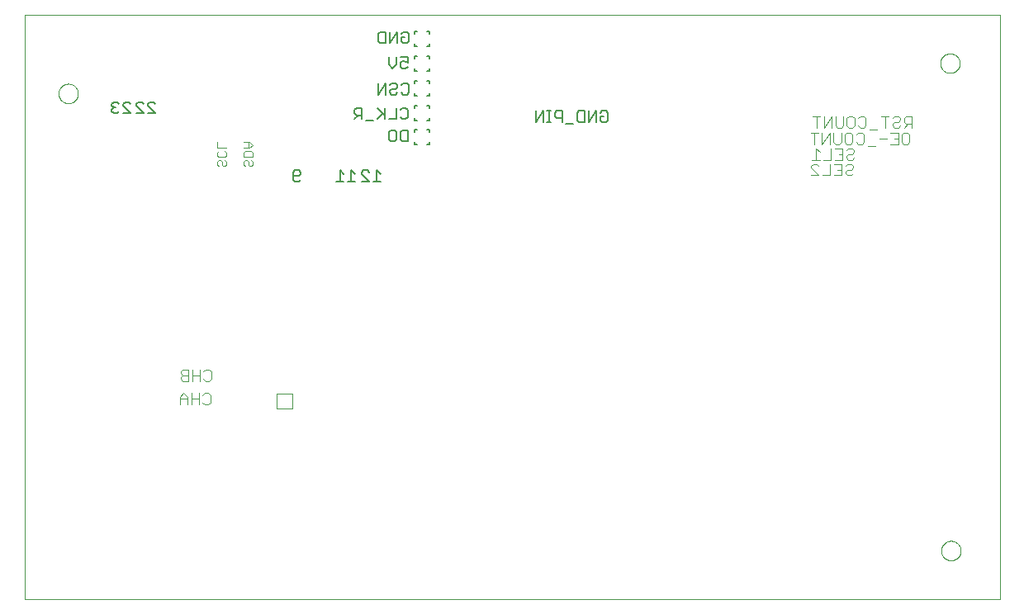
<source format=gbo>
G75*
%MOIN*%
%OFA0B0*%
%FSLAX25Y25*%
%IPPOS*%
%LPD*%
%AMOC8*
5,1,8,0,0,1.08239X$1,22.5*
%
%ADD10C,0.00000*%
%ADD11C,0.00197*%
%ADD12C,0.00300*%
%ADD13C,0.00600*%
%ADD14C,0.00500*%
%ADD15C,0.00400*%
D10*
X0031328Y0025816D02*
X0031328Y0262036D01*
X0425028Y0262036D01*
X0425028Y0025816D01*
X0031328Y0025816D01*
X0045107Y0230146D02*
X0045109Y0230271D01*
X0045115Y0230396D01*
X0045125Y0230520D01*
X0045139Y0230644D01*
X0045156Y0230768D01*
X0045178Y0230891D01*
X0045204Y0231013D01*
X0045233Y0231135D01*
X0045266Y0231255D01*
X0045304Y0231374D01*
X0045344Y0231493D01*
X0045389Y0231609D01*
X0045437Y0231724D01*
X0045489Y0231838D01*
X0045545Y0231950D01*
X0045604Y0232060D01*
X0045666Y0232168D01*
X0045732Y0232275D01*
X0045801Y0232379D01*
X0045874Y0232480D01*
X0045949Y0232580D01*
X0046028Y0232677D01*
X0046110Y0232771D01*
X0046195Y0232863D01*
X0046282Y0232952D01*
X0046373Y0233038D01*
X0046466Y0233121D01*
X0046562Y0233202D01*
X0046660Y0233279D01*
X0046760Y0233353D01*
X0046863Y0233424D01*
X0046968Y0233491D01*
X0047076Y0233556D01*
X0047185Y0233616D01*
X0047296Y0233674D01*
X0047409Y0233727D01*
X0047523Y0233777D01*
X0047639Y0233824D01*
X0047756Y0233866D01*
X0047875Y0233905D01*
X0047995Y0233941D01*
X0048116Y0233972D01*
X0048238Y0234000D01*
X0048360Y0234023D01*
X0048484Y0234043D01*
X0048608Y0234059D01*
X0048732Y0234071D01*
X0048857Y0234079D01*
X0048982Y0234083D01*
X0049106Y0234083D01*
X0049231Y0234079D01*
X0049356Y0234071D01*
X0049480Y0234059D01*
X0049604Y0234043D01*
X0049728Y0234023D01*
X0049850Y0234000D01*
X0049972Y0233972D01*
X0050093Y0233941D01*
X0050213Y0233905D01*
X0050332Y0233866D01*
X0050449Y0233824D01*
X0050565Y0233777D01*
X0050679Y0233727D01*
X0050792Y0233674D01*
X0050903Y0233616D01*
X0051013Y0233556D01*
X0051120Y0233491D01*
X0051225Y0233424D01*
X0051328Y0233353D01*
X0051428Y0233279D01*
X0051526Y0233202D01*
X0051622Y0233121D01*
X0051715Y0233038D01*
X0051806Y0232952D01*
X0051893Y0232863D01*
X0051978Y0232771D01*
X0052060Y0232677D01*
X0052139Y0232580D01*
X0052214Y0232480D01*
X0052287Y0232379D01*
X0052356Y0232275D01*
X0052422Y0232168D01*
X0052484Y0232060D01*
X0052543Y0231950D01*
X0052599Y0231838D01*
X0052651Y0231724D01*
X0052699Y0231609D01*
X0052744Y0231493D01*
X0052784Y0231374D01*
X0052822Y0231255D01*
X0052855Y0231135D01*
X0052884Y0231013D01*
X0052910Y0230891D01*
X0052932Y0230768D01*
X0052949Y0230644D01*
X0052963Y0230520D01*
X0052973Y0230396D01*
X0052979Y0230271D01*
X0052981Y0230146D01*
X0052979Y0230021D01*
X0052973Y0229896D01*
X0052963Y0229772D01*
X0052949Y0229648D01*
X0052932Y0229524D01*
X0052910Y0229401D01*
X0052884Y0229279D01*
X0052855Y0229157D01*
X0052822Y0229037D01*
X0052784Y0228918D01*
X0052744Y0228799D01*
X0052699Y0228683D01*
X0052651Y0228568D01*
X0052599Y0228454D01*
X0052543Y0228342D01*
X0052484Y0228232D01*
X0052422Y0228124D01*
X0052356Y0228017D01*
X0052287Y0227913D01*
X0052214Y0227812D01*
X0052139Y0227712D01*
X0052060Y0227615D01*
X0051978Y0227521D01*
X0051893Y0227429D01*
X0051806Y0227340D01*
X0051715Y0227254D01*
X0051622Y0227171D01*
X0051526Y0227090D01*
X0051428Y0227013D01*
X0051328Y0226939D01*
X0051225Y0226868D01*
X0051120Y0226801D01*
X0051012Y0226736D01*
X0050903Y0226676D01*
X0050792Y0226618D01*
X0050679Y0226565D01*
X0050565Y0226515D01*
X0050449Y0226468D01*
X0050332Y0226426D01*
X0050213Y0226387D01*
X0050093Y0226351D01*
X0049972Y0226320D01*
X0049850Y0226292D01*
X0049728Y0226269D01*
X0049604Y0226249D01*
X0049480Y0226233D01*
X0049356Y0226221D01*
X0049231Y0226213D01*
X0049106Y0226209D01*
X0048982Y0226209D01*
X0048857Y0226213D01*
X0048732Y0226221D01*
X0048608Y0226233D01*
X0048484Y0226249D01*
X0048360Y0226269D01*
X0048238Y0226292D01*
X0048116Y0226320D01*
X0047995Y0226351D01*
X0047875Y0226387D01*
X0047756Y0226426D01*
X0047639Y0226468D01*
X0047523Y0226515D01*
X0047409Y0226565D01*
X0047296Y0226618D01*
X0047185Y0226676D01*
X0047075Y0226736D01*
X0046968Y0226801D01*
X0046863Y0226868D01*
X0046760Y0226939D01*
X0046660Y0227013D01*
X0046562Y0227090D01*
X0046466Y0227171D01*
X0046373Y0227254D01*
X0046282Y0227340D01*
X0046195Y0227429D01*
X0046110Y0227521D01*
X0046028Y0227615D01*
X0045949Y0227712D01*
X0045874Y0227812D01*
X0045801Y0227913D01*
X0045732Y0228017D01*
X0045666Y0228124D01*
X0045604Y0228232D01*
X0045545Y0228342D01*
X0045489Y0228454D01*
X0045437Y0228568D01*
X0045389Y0228683D01*
X0045344Y0228799D01*
X0045304Y0228918D01*
X0045266Y0229037D01*
X0045233Y0229157D01*
X0045204Y0229279D01*
X0045178Y0229401D01*
X0045156Y0229524D01*
X0045139Y0229648D01*
X0045125Y0229772D01*
X0045115Y0229896D01*
X0045109Y0230021D01*
X0045107Y0230146D01*
X0401013Y0242351D02*
X0401015Y0242476D01*
X0401021Y0242601D01*
X0401031Y0242725D01*
X0401045Y0242849D01*
X0401062Y0242973D01*
X0401084Y0243096D01*
X0401110Y0243218D01*
X0401139Y0243340D01*
X0401172Y0243460D01*
X0401210Y0243579D01*
X0401250Y0243698D01*
X0401295Y0243814D01*
X0401343Y0243929D01*
X0401395Y0244043D01*
X0401451Y0244155D01*
X0401510Y0244265D01*
X0401572Y0244373D01*
X0401638Y0244480D01*
X0401707Y0244584D01*
X0401780Y0244685D01*
X0401855Y0244785D01*
X0401934Y0244882D01*
X0402016Y0244976D01*
X0402101Y0245068D01*
X0402188Y0245157D01*
X0402279Y0245243D01*
X0402372Y0245326D01*
X0402468Y0245407D01*
X0402566Y0245484D01*
X0402666Y0245558D01*
X0402769Y0245629D01*
X0402874Y0245696D01*
X0402982Y0245761D01*
X0403091Y0245821D01*
X0403202Y0245879D01*
X0403315Y0245932D01*
X0403429Y0245982D01*
X0403545Y0246029D01*
X0403662Y0246071D01*
X0403781Y0246110D01*
X0403901Y0246146D01*
X0404022Y0246177D01*
X0404144Y0246205D01*
X0404266Y0246228D01*
X0404390Y0246248D01*
X0404514Y0246264D01*
X0404638Y0246276D01*
X0404763Y0246284D01*
X0404888Y0246288D01*
X0405012Y0246288D01*
X0405137Y0246284D01*
X0405262Y0246276D01*
X0405386Y0246264D01*
X0405510Y0246248D01*
X0405634Y0246228D01*
X0405756Y0246205D01*
X0405878Y0246177D01*
X0405999Y0246146D01*
X0406119Y0246110D01*
X0406238Y0246071D01*
X0406355Y0246029D01*
X0406471Y0245982D01*
X0406585Y0245932D01*
X0406698Y0245879D01*
X0406809Y0245821D01*
X0406919Y0245761D01*
X0407026Y0245696D01*
X0407131Y0245629D01*
X0407234Y0245558D01*
X0407334Y0245484D01*
X0407432Y0245407D01*
X0407528Y0245326D01*
X0407621Y0245243D01*
X0407712Y0245157D01*
X0407799Y0245068D01*
X0407884Y0244976D01*
X0407966Y0244882D01*
X0408045Y0244785D01*
X0408120Y0244685D01*
X0408193Y0244584D01*
X0408262Y0244480D01*
X0408328Y0244373D01*
X0408390Y0244265D01*
X0408449Y0244155D01*
X0408505Y0244043D01*
X0408557Y0243929D01*
X0408605Y0243814D01*
X0408650Y0243698D01*
X0408690Y0243579D01*
X0408728Y0243460D01*
X0408761Y0243340D01*
X0408790Y0243218D01*
X0408816Y0243096D01*
X0408838Y0242973D01*
X0408855Y0242849D01*
X0408869Y0242725D01*
X0408879Y0242601D01*
X0408885Y0242476D01*
X0408887Y0242351D01*
X0408885Y0242226D01*
X0408879Y0242101D01*
X0408869Y0241977D01*
X0408855Y0241853D01*
X0408838Y0241729D01*
X0408816Y0241606D01*
X0408790Y0241484D01*
X0408761Y0241362D01*
X0408728Y0241242D01*
X0408690Y0241123D01*
X0408650Y0241004D01*
X0408605Y0240888D01*
X0408557Y0240773D01*
X0408505Y0240659D01*
X0408449Y0240547D01*
X0408390Y0240437D01*
X0408328Y0240329D01*
X0408262Y0240222D01*
X0408193Y0240118D01*
X0408120Y0240017D01*
X0408045Y0239917D01*
X0407966Y0239820D01*
X0407884Y0239726D01*
X0407799Y0239634D01*
X0407712Y0239545D01*
X0407621Y0239459D01*
X0407528Y0239376D01*
X0407432Y0239295D01*
X0407334Y0239218D01*
X0407234Y0239144D01*
X0407131Y0239073D01*
X0407026Y0239006D01*
X0406918Y0238941D01*
X0406809Y0238881D01*
X0406698Y0238823D01*
X0406585Y0238770D01*
X0406471Y0238720D01*
X0406355Y0238673D01*
X0406238Y0238631D01*
X0406119Y0238592D01*
X0405999Y0238556D01*
X0405878Y0238525D01*
X0405756Y0238497D01*
X0405634Y0238474D01*
X0405510Y0238454D01*
X0405386Y0238438D01*
X0405262Y0238426D01*
X0405137Y0238418D01*
X0405012Y0238414D01*
X0404888Y0238414D01*
X0404763Y0238418D01*
X0404638Y0238426D01*
X0404514Y0238438D01*
X0404390Y0238454D01*
X0404266Y0238474D01*
X0404144Y0238497D01*
X0404022Y0238525D01*
X0403901Y0238556D01*
X0403781Y0238592D01*
X0403662Y0238631D01*
X0403545Y0238673D01*
X0403429Y0238720D01*
X0403315Y0238770D01*
X0403202Y0238823D01*
X0403091Y0238881D01*
X0402981Y0238941D01*
X0402874Y0239006D01*
X0402769Y0239073D01*
X0402666Y0239144D01*
X0402566Y0239218D01*
X0402468Y0239295D01*
X0402372Y0239376D01*
X0402279Y0239459D01*
X0402188Y0239545D01*
X0402101Y0239634D01*
X0402016Y0239726D01*
X0401934Y0239820D01*
X0401855Y0239917D01*
X0401780Y0240017D01*
X0401707Y0240118D01*
X0401638Y0240222D01*
X0401572Y0240329D01*
X0401510Y0240437D01*
X0401451Y0240547D01*
X0401395Y0240659D01*
X0401343Y0240773D01*
X0401295Y0240888D01*
X0401250Y0241004D01*
X0401210Y0241123D01*
X0401172Y0241242D01*
X0401139Y0241362D01*
X0401110Y0241484D01*
X0401084Y0241606D01*
X0401062Y0241729D01*
X0401045Y0241853D01*
X0401031Y0241977D01*
X0401021Y0242101D01*
X0401015Y0242226D01*
X0401013Y0242351D01*
X0401406Y0045501D02*
X0401408Y0045626D01*
X0401414Y0045751D01*
X0401424Y0045875D01*
X0401438Y0045999D01*
X0401455Y0046123D01*
X0401477Y0046246D01*
X0401503Y0046368D01*
X0401532Y0046490D01*
X0401565Y0046610D01*
X0401603Y0046729D01*
X0401643Y0046848D01*
X0401688Y0046964D01*
X0401736Y0047079D01*
X0401788Y0047193D01*
X0401844Y0047305D01*
X0401903Y0047415D01*
X0401965Y0047523D01*
X0402031Y0047630D01*
X0402100Y0047734D01*
X0402173Y0047835D01*
X0402248Y0047935D01*
X0402327Y0048032D01*
X0402409Y0048126D01*
X0402494Y0048218D01*
X0402581Y0048307D01*
X0402672Y0048393D01*
X0402765Y0048476D01*
X0402861Y0048557D01*
X0402959Y0048634D01*
X0403059Y0048708D01*
X0403162Y0048779D01*
X0403267Y0048846D01*
X0403375Y0048911D01*
X0403484Y0048971D01*
X0403595Y0049029D01*
X0403708Y0049082D01*
X0403822Y0049132D01*
X0403938Y0049179D01*
X0404055Y0049221D01*
X0404174Y0049260D01*
X0404294Y0049296D01*
X0404415Y0049327D01*
X0404537Y0049355D01*
X0404659Y0049378D01*
X0404783Y0049398D01*
X0404907Y0049414D01*
X0405031Y0049426D01*
X0405156Y0049434D01*
X0405281Y0049438D01*
X0405405Y0049438D01*
X0405530Y0049434D01*
X0405655Y0049426D01*
X0405779Y0049414D01*
X0405903Y0049398D01*
X0406027Y0049378D01*
X0406149Y0049355D01*
X0406271Y0049327D01*
X0406392Y0049296D01*
X0406512Y0049260D01*
X0406631Y0049221D01*
X0406748Y0049179D01*
X0406864Y0049132D01*
X0406978Y0049082D01*
X0407091Y0049029D01*
X0407202Y0048971D01*
X0407312Y0048911D01*
X0407419Y0048846D01*
X0407524Y0048779D01*
X0407627Y0048708D01*
X0407727Y0048634D01*
X0407825Y0048557D01*
X0407921Y0048476D01*
X0408014Y0048393D01*
X0408105Y0048307D01*
X0408192Y0048218D01*
X0408277Y0048126D01*
X0408359Y0048032D01*
X0408438Y0047935D01*
X0408513Y0047835D01*
X0408586Y0047734D01*
X0408655Y0047630D01*
X0408721Y0047523D01*
X0408783Y0047415D01*
X0408842Y0047305D01*
X0408898Y0047193D01*
X0408950Y0047079D01*
X0408998Y0046964D01*
X0409043Y0046848D01*
X0409083Y0046729D01*
X0409121Y0046610D01*
X0409154Y0046490D01*
X0409183Y0046368D01*
X0409209Y0046246D01*
X0409231Y0046123D01*
X0409248Y0045999D01*
X0409262Y0045875D01*
X0409272Y0045751D01*
X0409278Y0045626D01*
X0409280Y0045501D01*
X0409278Y0045376D01*
X0409272Y0045251D01*
X0409262Y0045127D01*
X0409248Y0045003D01*
X0409231Y0044879D01*
X0409209Y0044756D01*
X0409183Y0044634D01*
X0409154Y0044512D01*
X0409121Y0044392D01*
X0409083Y0044273D01*
X0409043Y0044154D01*
X0408998Y0044038D01*
X0408950Y0043923D01*
X0408898Y0043809D01*
X0408842Y0043697D01*
X0408783Y0043587D01*
X0408721Y0043479D01*
X0408655Y0043372D01*
X0408586Y0043268D01*
X0408513Y0043167D01*
X0408438Y0043067D01*
X0408359Y0042970D01*
X0408277Y0042876D01*
X0408192Y0042784D01*
X0408105Y0042695D01*
X0408014Y0042609D01*
X0407921Y0042526D01*
X0407825Y0042445D01*
X0407727Y0042368D01*
X0407627Y0042294D01*
X0407524Y0042223D01*
X0407419Y0042156D01*
X0407311Y0042091D01*
X0407202Y0042031D01*
X0407091Y0041973D01*
X0406978Y0041920D01*
X0406864Y0041870D01*
X0406748Y0041823D01*
X0406631Y0041781D01*
X0406512Y0041742D01*
X0406392Y0041706D01*
X0406271Y0041675D01*
X0406149Y0041647D01*
X0406027Y0041624D01*
X0405903Y0041604D01*
X0405779Y0041588D01*
X0405655Y0041576D01*
X0405530Y0041568D01*
X0405405Y0041564D01*
X0405281Y0041564D01*
X0405156Y0041568D01*
X0405031Y0041576D01*
X0404907Y0041588D01*
X0404783Y0041604D01*
X0404659Y0041624D01*
X0404537Y0041647D01*
X0404415Y0041675D01*
X0404294Y0041706D01*
X0404174Y0041742D01*
X0404055Y0041781D01*
X0403938Y0041823D01*
X0403822Y0041870D01*
X0403708Y0041920D01*
X0403595Y0041973D01*
X0403484Y0042031D01*
X0403374Y0042091D01*
X0403267Y0042156D01*
X0403162Y0042223D01*
X0403059Y0042294D01*
X0402959Y0042368D01*
X0402861Y0042445D01*
X0402765Y0042526D01*
X0402672Y0042609D01*
X0402581Y0042695D01*
X0402494Y0042784D01*
X0402409Y0042876D01*
X0402327Y0042970D01*
X0402248Y0043067D01*
X0402173Y0043167D01*
X0402100Y0043268D01*
X0402031Y0043372D01*
X0401965Y0043479D01*
X0401903Y0043587D01*
X0401844Y0043697D01*
X0401788Y0043809D01*
X0401736Y0043923D01*
X0401688Y0044038D01*
X0401643Y0044154D01*
X0401603Y0044273D01*
X0401565Y0044392D01*
X0401532Y0044512D01*
X0401503Y0044634D01*
X0401477Y0044756D01*
X0401455Y0044879D01*
X0401438Y0045003D01*
X0401424Y0045127D01*
X0401414Y0045251D01*
X0401408Y0045376D01*
X0401406Y0045501D01*
D11*
X0139556Y0102942D02*
X0139556Y0108847D01*
X0133257Y0108847D01*
X0133257Y0102942D01*
X0139556Y0102942D01*
D12*
X0122887Y0200743D02*
X0122270Y0200743D01*
X0121652Y0201361D01*
X0121652Y0202595D01*
X0121035Y0203212D01*
X0120418Y0203212D01*
X0119801Y0202595D01*
X0119801Y0201361D01*
X0120418Y0200743D01*
X0122887Y0200743D02*
X0123504Y0201361D01*
X0123504Y0202595D01*
X0122887Y0203212D01*
X0123504Y0204427D02*
X0119801Y0204427D01*
X0119801Y0206278D01*
X0120418Y0206895D01*
X0122887Y0206895D01*
X0123504Y0206278D01*
X0123504Y0204427D01*
X0122270Y0208110D02*
X0123504Y0209344D01*
X0122270Y0210579D01*
X0119801Y0210579D01*
X0121652Y0210579D02*
X0121652Y0208110D01*
X0122270Y0208110D02*
X0119801Y0208110D01*
X0112874Y0208110D02*
X0109171Y0208110D01*
X0109171Y0210579D01*
X0109788Y0206895D02*
X0109171Y0206278D01*
X0109171Y0205044D01*
X0109788Y0204427D01*
X0112257Y0204427D01*
X0112874Y0205044D01*
X0112874Y0206278D01*
X0112257Y0206895D01*
X0112257Y0203212D02*
X0112874Y0202595D01*
X0112874Y0201361D01*
X0112257Y0200743D01*
X0111640Y0200743D01*
X0111022Y0201361D01*
X0111022Y0202595D01*
X0110405Y0203212D01*
X0109788Y0203212D01*
X0109171Y0202595D01*
X0109171Y0201361D01*
X0109788Y0200743D01*
D13*
X0188957Y0209430D02*
X0189957Y0209430D01*
X0188957Y0209430D02*
X0188957Y0210430D01*
X0188957Y0214430D02*
X0188957Y0215430D01*
X0189957Y0215430D01*
X0193957Y0215430D02*
X0194957Y0215430D01*
X0194957Y0214430D01*
X0194957Y0210430D02*
X0194957Y0209430D01*
X0193957Y0209430D01*
X0193957Y0219272D02*
X0194957Y0219272D01*
X0194957Y0220272D01*
X0194957Y0224272D02*
X0194957Y0225272D01*
X0193957Y0225272D01*
X0193957Y0229115D02*
X0194957Y0229115D01*
X0194957Y0230115D01*
X0189957Y0229115D02*
X0188957Y0229115D01*
X0188957Y0230115D01*
X0188957Y0225272D02*
X0189957Y0225272D01*
X0188957Y0225272D02*
X0188957Y0224272D01*
X0188957Y0220272D02*
X0188957Y0219272D01*
X0189957Y0219272D01*
X0188957Y0234115D02*
X0188957Y0235115D01*
X0189957Y0235115D01*
X0193957Y0235115D02*
X0194957Y0235115D01*
X0194957Y0234115D01*
X0194957Y0239351D02*
X0194957Y0240351D01*
X0194957Y0239351D02*
X0193957Y0239351D01*
X0189957Y0239351D02*
X0188957Y0239351D01*
X0188957Y0240351D01*
X0188957Y0244351D02*
X0188957Y0245351D01*
X0189957Y0245351D01*
X0193957Y0245351D02*
X0194957Y0245351D01*
X0194957Y0244351D01*
X0194957Y0249194D02*
X0194957Y0250194D01*
X0194957Y0249194D02*
X0193957Y0249194D01*
X0189957Y0249194D02*
X0188957Y0249194D01*
X0188957Y0250194D01*
X0188957Y0254194D02*
X0188957Y0255194D01*
X0189957Y0255194D01*
X0193957Y0255194D02*
X0194957Y0255194D01*
X0194957Y0254194D01*
D14*
X0186440Y0254291D02*
X0186440Y0251289D01*
X0185689Y0250538D01*
X0184188Y0250538D01*
X0183437Y0251289D01*
X0183437Y0252790D01*
X0184938Y0252790D01*
X0183437Y0254291D02*
X0184188Y0255042D01*
X0185689Y0255042D01*
X0186440Y0254291D01*
X0181836Y0255042D02*
X0181836Y0250538D01*
X0178833Y0250538D02*
X0178833Y0255042D01*
X0177232Y0255042D02*
X0174980Y0255042D01*
X0174229Y0254291D01*
X0174229Y0251289D01*
X0174980Y0250538D01*
X0177232Y0250538D01*
X0177232Y0255042D01*
X0181836Y0255042D02*
X0178833Y0250538D01*
X0178440Y0244806D02*
X0178440Y0241803D01*
X0179941Y0240302D01*
X0181442Y0241803D01*
X0181442Y0244806D01*
X0183044Y0244806D02*
X0186046Y0244806D01*
X0186046Y0242554D01*
X0184545Y0243305D01*
X0183794Y0243305D01*
X0183044Y0242554D01*
X0183044Y0241053D01*
X0183794Y0240302D01*
X0185295Y0240302D01*
X0186046Y0241053D01*
X0185689Y0234176D02*
X0186440Y0233425D01*
X0186440Y0230423D01*
X0185689Y0229672D01*
X0184188Y0229672D01*
X0183437Y0230423D01*
X0181836Y0230423D02*
X0181085Y0229672D01*
X0179584Y0229672D01*
X0178833Y0230423D01*
X0178833Y0231173D01*
X0179584Y0231924D01*
X0181085Y0231924D01*
X0181836Y0232675D01*
X0181836Y0233425D01*
X0181085Y0234176D01*
X0179584Y0234176D01*
X0178833Y0233425D01*
X0177232Y0234176D02*
X0174229Y0229672D01*
X0174229Y0234176D01*
X0177232Y0234176D02*
X0177232Y0229672D01*
X0183437Y0233425D02*
X0184188Y0234176D01*
X0185689Y0234176D01*
X0185295Y0224333D02*
X0183794Y0224333D01*
X0183044Y0223583D01*
X0181442Y0224333D02*
X0181442Y0219830D01*
X0178440Y0219830D01*
X0176838Y0219830D02*
X0176838Y0224333D01*
X0176088Y0222081D02*
X0173836Y0219830D01*
X0172234Y0219079D02*
X0169232Y0219079D01*
X0167630Y0219830D02*
X0167630Y0224333D01*
X0165378Y0224333D01*
X0164628Y0223583D01*
X0164628Y0222081D01*
X0165378Y0221331D01*
X0167630Y0221331D01*
X0166129Y0221331D02*
X0164628Y0219830D01*
X0173836Y0224333D02*
X0176838Y0221331D01*
X0183044Y0220580D02*
X0183794Y0219830D01*
X0185295Y0219830D01*
X0186046Y0220580D01*
X0186046Y0223583D01*
X0185295Y0224333D01*
X0186046Y0215278D02*
X0183794Y0215278D01*
X0183044Y0214528D01*
X0183044Y0211525D01*
X0183794Y0210774D01*
X0186046Y0210774D01*
X0186046Y0215278D01*
X0181442Y0214528D02*
X0181442Y0211525D01*
X0180691Y0210774D01*
X0179190Y0210774D01*
X0178440Y0211525D01*
X0178440Y0214528D01*
X0179190Y0215278D01*
X0180691Y0215278D01*
X0181442Y0214528D01*
X0173521Y0199137D02*
X0173521Y0194633D01*
X0175022Y0194633D02*
X0172020Y0194633D01*
X0170419Y0194633D02*
X0167416Y0197635D01*
X0167416Y0198386D01*
X0168167Y0199137D01*
X0169668Y0199137D01*
X0170419Y0198386D01*
X0173521Y0199137D02*
X0175022Y0197635D01*
X0170419Y0194633D02*
X0167416Y0194633D01*
X0164786Y0194633D02*
X0161784Y0194633D01*
X0163285Y0194633D02*
X0163285Y0199137D01*
X0164786Y0197635D01*
X0160182Y0197635D02*
X0158681Y0199137D01*
X0158681Y0194633D01*
X0160182Y0194633D02*
X0157180Y0194633D01*
X0142739Y0195383D02*
X0141988Y0194633D01*
X0140487Y0194633D01*
X0139736Y0195383D01*
X0139736Y0198386D01*
X0140487Y0199137D01*
X0141988Y0199137D01*
X0142739Y0198386D01*
X0142739Y0197635D01*
X0141988Y0196885D01*
X0139736Y0196885D01*
X0084078Y0222192D02*
X0081075Y0225194D01*
X0081075Y0225945D01*
X0081826Y0226696D01*
X0083327Y0226696D01*
X0084078Y0225945D01*
X0084078Y0222192D02*
X0081075Y0222192D01*
X0079474Y0222192D02*
X0076471Y0225194D01*
X0076471Y0225945D01*
X0077222Y0226696D01*
X0078723Y0226696D01*
X0079474Y0225945D01*
X0079474Y0222192D02*
X0076471Y0222192D01*
X0074235Y0222192D02*
X0071232Y0225194D01*
X0071232Y0225945D01*
X0071983Y0226696D01*
X0073484Y0226696D01*
X0074235Y0225945D01*
X0074235Y0222192D02*
X0071232Y0222192D01*
X0069631Y0222942D02*
X0068880Y0222192D01*
X0067379Y0222192D01*
X0066629Y0222942D01*
X0066629Y0223693D01*
X0067379Y0224444D01*
X0068130Y0224444D01*
X0067379Y0224444D02*
X0066629Y0225194D01*
X0066629Y0225945D01*
X0067379Y0226696D01*
X0068880Y0226696D01*
X0069631Y0225945D01*
X0237663Y0223152D02*
X0237663Y0218648D01*
X0240666Y0223152D01*
X0240666Y0218648D01*
X0242234Y0218648D02*
X0243735Y0218648D01*
X0242984Y0218648D02*
X0242984Y0223152D01*
X0242234Y0223152D02*
X0243735Y0223152D01*
X0245336Y0222402D02*
X0245336Y0220900D01*
X0246087Y0220150D01*
X0248339Y0220150D01*
X0248339Y0218648D02*
X0248339Y0223152D01*
X0246087Y0223152D01*
X0245336Y0222402D01*
X0249940Y0217898D02*
X0252943Y0217898D01*
X0254544Y0219399D02*
X0254544Y0222402D01*
X0255295Y0223152D01*
X0257547Y0223152D01*
X0257547Y0218648D01*
X0255295Y0218648D01*
X0254544Y0219399D01*
X0259148Y0218648D02*
X0259148Y0223152D01*
X0262151Y0223152D02*
X0259148Y0218648D01*
X0262151Y0218648D02*
X0262151Y0223152D01*
X0263752Y0222402D02*
X0264503Y0223152D01*
X0266004Y0223152D01*
X0266755Y0222402D01*
X0266755Y0219399D01*
X0266004Y0218648D01*
X0264503Y0218648D01*
X0263752Y0219399D01*
X0263752Y0220900D01*
X0265253Y0220900D01*
D15*
X0348708Y0214281D02*
X0351777Y0214281D01*
X0353312Y0214281D02*
X0353312Y0209677D01*
X0356381Y0214281D01*
X0356381Y0209677D01*
X0357915Y0210444D02*
X0357915Y0214281D01*
X0357168Y0216370D02*
X0357168Y0220974D01*
X0354099Y0216370D01*
X0354099Y0220974D01*
X0352564Y0220974D02*
X0349495Y0220974D01*
X0351030Y0220974D02*
X0351030Y0216370D01*
X0350242Y0214281D02*
X0350242Y0209677D01*
X0350821Y0207981D02*
X0350821Y0203378D01*
X0352356Y0203378D02*
X0349286Y0203378D01*
X0349660Y0201682D02*
X0351195Y0201682D01*
X0351962Y0200915D01*
X0349660Y0201682D02*
X0348893Y0200915D01*
X0348893Y0200148D01*
X0351962Y0197078D01*
X0348893Y0197078D01*
X0353496Y0197078D02*
X0356566Y0197078D01*
X0356566Y0201682D01*
X0358100Y0201682D02*
X0361170Y0201682D01*
X0361170Y0197078D01*
X0358100Y0197078D01*
X0359635Y0199380D02*
X0361170Y0199380D01*
X0362704Y0198613D02*
X0362704Y0197846D01*
X0363472Y0197078D01*
X0365006Y0197078D01*
X0365774Y0197846D01*
X0365006Y0199380D02*
X0363472Y0199380D01*
X0362704Y0198613D01*
X0362704Y0200915D02*
X0363472Y0201682D01*
X0365006Y0201682D01*
X0365774Y0200915D01*
X0365774Y0200148D01*
X0365006Y0199380D01*
X0365400Y0203378D02*
X0366167Y0204145D01*
X0365400Y0203378D02*
X0363865Y0203378D01*
X0363098Y0204145D01*
X0363098Y0204912D01*
X0363865Y0205680D01*
X0365400Y0205680D01*
X0366167Y0206447D01*
X0366167Y0207214D01*
X0365400Y0207981D01*
X0363865Y0207981D01*
X0363098Y0207214D01*
X0361563Y0207981D02*
X0361563Y0203378D01*
X0358494Y0203378D01*
X0356959Y0203378D02*
X0353890Y0203378D01*
X0356959Y0203378D02*
X0356959Y0207981D01*
X0358494Y0207981D02*
X0361563Y0207981D01*
X0360217Y0209677D02*
X0358683Y0209677D01*
X0357915Y0210444D01*
X0360217Y0209677D02*
X0360985Y0210444D01*
X0360985Y0214281D01*
X0362519Y0213513D02*
X0363287Y0214281D01*
X0364821Y0214281D01*
X0365589Y0213513D01*
X0365589Y0210444D01*
X0364821Y0209677D01*
X0363287Y0209677D01*
X0362519Y0210444D01*
X0362519Y0213513D01*
X0361005Y0216370D02*
X0359470Y0216370D01*
X0358703Y0217137D01*
X0358703Y0220974D01*
X0361772Y0220974D02*
X0361772Y0217137D01*
X0361005Y0216370D01*
X0363307Y0217137D02*
X0363307Y0220206D01*
X0364074Y0220974D01*
X0365609Y0220974D01*
X0366376Y0220206D01*
X0366376Y0217137D01*
X0365609Y0216370D01*
X0364074Y0216370D01*
X0363307Y0217137D01*
X0367911Y0217137D02*
X0368678Y0216370D01*
X0370213Y0216370D01*
X0370980Y0217137D01*
X0370980Y0220206D01*
X0370213Y0220974D01*
X0368678Y0220974D01*
X0367911Y0220206D01*
X0367891Y0214281D02*
X0367123Y0213513D01*
X0367891Y0214281D02*
X0369425Y0214281D01*
X0370193Y0213513D01*
X0370193Y0210444D01*
X0369425Y0209677D01*
X0367891Y0209677D01*
X0367123Y0210444D01*
X0371727Y0208909D02*
X0374796Y0208909D01*
X0376331Y0211979D02*
X0379400Y0211979D01*
X0380935Y0214281D02*
X0384004Y0214281D01*
X0384004Y0209677D01*
X0380935Y0209677D01*
X0382470Y0211979D02*
X0384004Y0211979D01*
X0385539Y0210444D02*
X0385539Y0213513D01*
X0386306Y0214281D01*
X0387841Y0214281D01*
X0388608Y0213513D01*
X0388608Y0210444D01*
X0387841Y0209677D01*
X0386306Y0209677D01*
X0385539Y0210444D01*
X0386326Y0216370D02*
X0387861Y0217904D01*
X0387094Y0217904D02*
X0389396Y0217904D01*
X0389396Y0216370D02*
X0389396Y0220974D01*
X0387094Y0220974D01*
X0386326Y0220206D01*
X0386326Y0218672D01*
X0387094Y0217904D01*
X0384792Y0217137D02*
X0384024Y0216370D01*
X0382490Y0216370D01*
X0381722Y0217137D01*
X0381722Y0217904D01*
X0382490Y0218672D01*
X0384024Y0218672D01*
X0384792Y0219439D01*
X0384792Y0220206D01*
X0384024Y0220974D01*
X0382490Y0220974D01*
X0381722Y0220206D01*
X0380188Y0220974D02*
X0377119Y0220974D01*
X0378653Y0220974D02*
X0378653Y0216370D01*
X0375584Y0215602D02*
X0372515Y0215602D01*
X0361563Y0205680D02*
X0360029Y0205680D01*
X0352356Y0206447D02*
X0350821Y0207981D01*
X0106719Y0117844D02*
X0106719Y0114775D01*
X0105951Y0114007D01*
X0104417Y0114007D01*
X0103649Y0114775D01*
X0102115Y0114007D02*
X0102115Y0118611D01*
X0103649Y0117844D02*
X0104417Y0118611D01*
X0105951Y0118611D01*
X0106719Y0117844D01*
X0102115Y0116309D02*
X0099045Y0116309D01*
X0097511Y0116309D02*
X0095209Y0116309D01*
X0094441Y0115542D01*
X0094441Y0114775D01*
X0095209Y0114007D01*
X0097511Y0114007D01*
X0097511Y0118611D01*
X0095209Y0118611D01*
X0094441Y0117844D01*
X0094441Y0117077D01*
X0095209Y0116309D01*
X0099045Y0118611D02*
X0099045Y0114007D01*
X0098652Y0109163D02*
X0098652Y0104559D01*
X0097117Y0104559D02*
X0097117Y0107628D01*
X0095582Y0109163D01*
X0094048Y0107628D01*
X0094048Y0104559D01*
X0094048Y0106861D02*
X0097117Y0106861D01*
X0098652Y0106861D02*
X0101721Y0106861D01*
X0103256Y0108395D02*
X0104023Y0109163D01*
X0105557Y0109163D01*
X0106325Y0108395D01*
X0106325Y0105326D01*
X0105557Y0104559D01*
X0104023Y0104559D01*
X0103256Y0105326D01*
X0101721Y0104559D02*
X0101721Y0109163D01*
M02*

</source>
